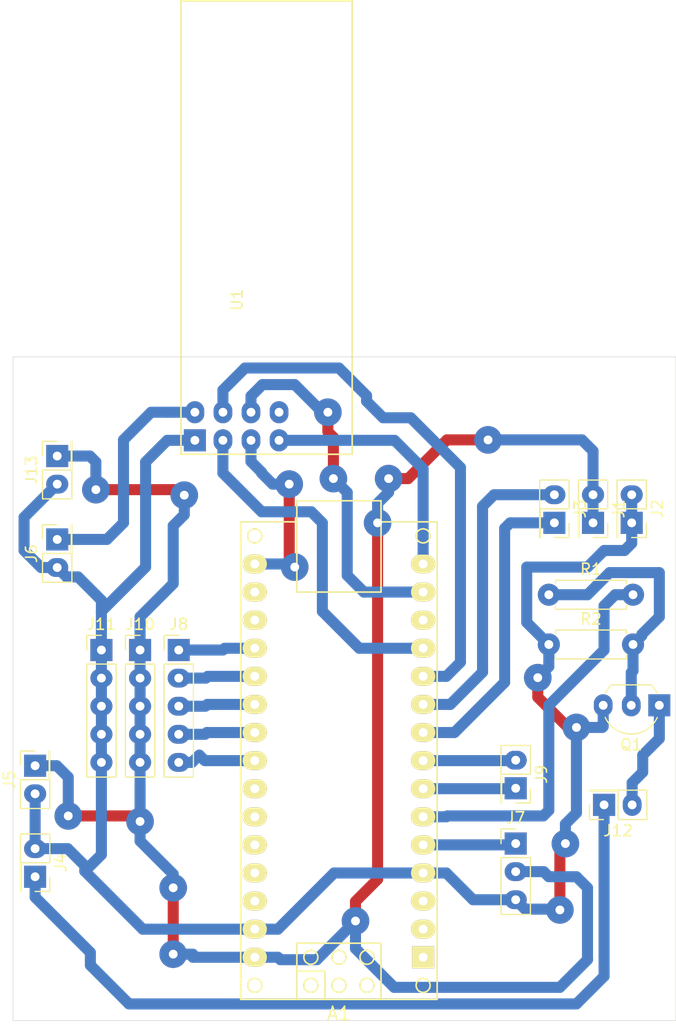
<source format=kicad_pcb>
(kicad_pcb (version 20171130) (host pcbnew "(5.1.5)-3")

  (general
    (thickness 1.6)
    (drawings 4)
    (tracks 258)
    (zones 0)
    (modules 18)
    (nets 35)
  )

  (page A4)
  (layers
    (0 F.Cu signal)
    (31 B.Cu signal)
    (32 B.Adhes user)
    (33 F.Adhes user)
    (34 B.Paste user)
    (35 F.Paste user)
    (36 B.SilkS user)
    (37 F.SilkS user)
    (38 B.Mask user)
    (39 F.Mask user)
    (40 Dwgs.User user)
    (41 Cmts.User user)
    (42 Eco1.User user)
    (43 Eco2.User user)
    (44 Edge.Cuts user)
    (45 Margin user)
    (46 B.CrtYd user)
    (47 F.CrtYd user)
    (48 B.Fab user)
    (49 F.Fab user)
  )

  (setup
    (last_trace_width 0.25)
    (user_trace_width 1)
    (user_trace_width 1.5)
    (user_trace_width 2)
    (user_trace_width 2.5)
    (trace_clearance 0.2)
    (zone_clearance 0.508)
    (zone_45_only no)
    (trace_min 0.2)
    (via_size 0.8)
    (via_drill 0.4)
    (via_min_size 0.4)
    (via_min_drill 0.3)
    (user_via 1 0.8)
    (user_via 1.5 0.8)
    (user_via 2 0.8)
    (user_via 2.5 0.8)
    (uvia_size 0.3)
    (uvia_drill 0.1)
    (uvias_allowed no)
    (uvia_min_size 0.2)
    (uvia_min_drill 0.1)
    (edge_width 0.05)
    (segment_width 0.2)
    (pcb_text_width 0.3)
    (pcb_text_size 1.5 1.5)
    (mod_edge_width 0.12)
    (mod_text_size 1 1)
    (mod_text_width 0.15)
    (pad_size 2 2)
    (pad_drill 0.8)
    (pad_to_mask_clearance 0.051)
    (solder_mask_min_width 0.25)
    (aux_axis_origin 0 0)
    (visible_elements 7FFFFFFF)
    (pcbplotparams
      (layerselection 0x010fc_ffffffff)
      (usegerberextensions false)
      (usegerberattributes false)
      (usegerberadvancedattributes false)
      (creategerberjobfile false)
      (excludeedgelayer true)
      (linewidth 0.100000)
      (plotframeref false)
      (viasonmask false)
      (mode 1)
      (useauxorigin false)
      (hpglpennumber 1)
      (hpglpenspeed 20)
      (hpglpendiameter 15.000000)
      (psnegative false)
      (psa4output false)
      (plotreference true)
      (plotvalue true)
      (plotinvisibletext false)
      (padsonsilk false)
      (subtractmaskfromsilk false)
      (outputformat 1)
      (mirror false)
      (drillshape 0)
      (scaleselection 1)
      (outputdirectory "Gerber/"))
  )

  (net 0 "")
  (net 1 D12)
  (net 2 D13)
  (net 3 D11)
  (net 4 "Net-(A1-Pad17)")
  (net 5 "Net-(A1-Pad13)")
  (net 6 "Net-(A1-Pad18)")
  (net 7 D9)
  (net 8 "Net-(A1-Pad19)")
  (net 9 D8)
  (net 10 "Net-(A1-Pad20)")
  (net 11 D7)
  (net 12 "Net-(A1-Pad21)")
  (net 13 D6)
  (net 14 "Net-(A1-Pad22)")
  (net 15 "Net-(A1-Pad23)")
  (net 16 "Net-(A1-Pad24)")
  (net 17 D3)
  (net 18 "Net-(A1-Pad25)")
  (net 19 D2_SERVO)
  (net 20 "Net-(A1-Pad26)")
  (net 21 GND)
  (net 22 "Net-(A1-Pad27)")
  (net 23 "Net-(A1-Pad3)")
  (net 24 "Net-(A1-Pad28)")
  (net 25 "Net-(A1-Pad2)")
  (net 26 "Net-(A1-Pad1)")
  (net 27 +5V)
  (net 28 +12V)
  (net 29 +3.3V)
  (net 30 D5_ENB)
  (net 31 "Net-(J12-Pad2)")
  (net 32 "Net-(Q1-Pad2)")
  (net 33 "Net-(U1-Pad8)")
  (net 34 D4)

  (net_class Default "This is the default net class."
    (clearance 0.2)
    (trace_width 0.25)
    (via_dia 0.8)
    (via_drill 0.4)
    (uvia_dia 0.3)
    (uvia_drill 0.1)
    (add_net +12V)
    (add_net +3.3V)
    (add_net +5V)
    (add_net D11)
    (add_net D12)
    (add_net D13)
    (add_net D2_SERVO)
    (add_net D3)
    (add_net D4)
    (add_net D5_ENB)
    (add_net D6)
    (add_net D7)
    (add_net D8)
    (add_net D9)
    (add_net GND)
    (add_net "Net-(A1-Pad1)")
    (add_net "Net-(A1-Pad13)")
    (add_net "Net-(A1-Pad17)")
    (add_net "Net-(A1-Pad18)")
    (add_net "Net-(A1-Pad19)")
    (add_net "Net-(A1-Pad2)")
    (add_net "Net-(A1-Pad20)")
    (add_net "Net-(A1-Pad21)")
    (add_net "Net-(A1-Pad22)")
    (add_net "Net-(A1-Pad23)")
    (add_net "Net-(A1-Pad24)")
    (add_net "Net-(A1-Pad25)")
    (add_net "Net-(A1-Pad26)")
    (add_net "Net-(A1-Pad27)")
    (add_net "Net-(A1-Pad28)")
    (add_net "Net-(A1-Pad3)")
    (add_net "Net-(J12-Pad2)")
    (add_net "Net-(Q1-Pad2)")
    (add_net "Net-(U1-Pad8)")
  )

  (module TO_SOT_Packages_THT:TO-92_Inline_Wide (layer F.Cu) (tedit 5E8B5AEA) (tstamp 5E8A5B19)
    (at 179.5 87 180)
    (descr "TO-92 leads in-line, wide, drill 0.8mm (see NXP sot054_po.pdf)")
    (tags "to-92 sc-43 sc-43a sot54 PA33 transistor")
    (path /5E917319)
    (fp_text reference Q1 (at 2.54 -3.56 180) (layer F.SilkS)
      (effects (font (size 1 1) (thickness 0.15)))
    )
    (fp_text value BC547 (at 2.54 2.79) (layer F.Fab)
      (effects (font (size 1 1) (thickness 0.15)))
    )
    (fp_text user %R (at 2.54 -3.56 180) (layer F.Fab)
      (effects (font (size 1 1) (thickness 0.15)))
    )
    (fp_line (start 0.74 1.85) (end 4.34 1.85) (layer F.SilkS) (width 0.12))
    (fp_line (start 0.8 1.75) (end 4.3 1.75) (layer F.Fab) (width 0.1))
    (fp_line (start -1.01 -2.73) (end 6.09 -2.73) (layer F.CrtYd) (width 0.05))
    (fp_line (start -1.01 -2.73) (end -1.01 2.01) (layer F.CrtYd) (width 0.05))
    (fp_line (start 6.09 2.01) (end 6.09 -2.73) (layer F.CrtYd) (width 0.05))
    (fp_line (start 6.09 2.01) (end -1.01 2.01) (layer F.CrtYd) (width 0.05))
    (fp_arc (start 2.54 0) (end 0.74 1.85) (angle 20) (layer F.SilkS) (width 0.12))
    (fp_arc (start 2.54 0) (end 2.54 -2.6) (angle -65) (layer F.SilkS) (width 0.12))
    (fp_arc (start 2.54 0) (end 2.54 -2.6) (angle 65) (layer F.SilkS) (width 0.12))
    (fp_arc (start 2.54 0) (end 2.54 -2.48) (angle 135) (layer F.Fab) (width 0.1))
    (fp_arc (start 2.54 0) (end 2.54 -2.48) (angle -135) (layer F.Fab) (width 0.1))
    (fp_arc (start 2.54 0) (end 4.34 1.85) (angle -20) (layer F.SilkS) (width 0.12))
    (pad 2 thru_hole oval (at 2.54 0 270) (size 2 1.7) (drill 0.8) (layers *.Cu *.Mask)
      (net 32 "Net-(Q1-Pad2)"))
    (pad 3 thru_hole oval (at 5.08 0 270) (size 2 1.7) (drill 0.8) (layers *.Cu *.Mask)
      (net 21 GND))
    (pad 1 thru_hole rect (at 0 0 270) (size 2 2) (drill 0.8) (layers *.Cu *.Mask)
      (net 31 "Net-(J12-Pad2)"))
    (model ${KISYS3DMOD}/TO_SOT_Packages_THT.3dshapes/TO-92_Inline_Wide.wrl
      (offset (xyz 2.539999961853027 0 0))
      (scale (xyz 1 1 1))
      (rotate (xyz 0 0 -90))
    )
  )

  (module Socket_Strips:Socket_Strip_Straight_2x01_Pitch2.54mm (layer F.Cu) (tedit 5E8B58DA) (tstamp 5E8A5AFE)
    (at 123 102.5 270)
    (descr "Through hole straight socket strip, 2x01, 2.54mm pitch, double rows")
    (tags "Through hole socket strip THT 2x01 2.54mm double row")
    (path /5E9491BB)
    (fp_text reference J4 (at -1.27 -2.33 90) (layer F.SilkS)
      (effects (font (size 1 1) (thickness 0.15)))
    )
    (fp_text value +12V (at -1.27 2.33 90) (layer F.Fab)
      (effects (font (size 1 1) (thickness 0.15)))
    )
    (fp_line (start -3.81 -1.27) (end -3.81 1.27) (layer F.Fab) (width 0.1))
    (fp_line (start -3.81 1.27) (end 1.27 1.27) (layer F.Fab) (width 0.1))
    (fp_line (start 1.27 1.27) (end 1.27 -1.27) (layer F.Fab) (width 0.1))
    (fp_line (start 1.27 -1.27) (end -3.81 -1.27) (layer F.Fab) (width 0.1))
    (fp_line (start 1.33 1.27) (end 1.33 1.33) (layer F.SilkS) (width 0.12))
    (fp_line (start 1.33 1.33) (end -3.87 1.33) (layer F.SilkS) (width 0.12))
    (fp_line (start -3.87 1.33) (end -3.87 -1.33) (layer F.SilkS) (width 0.12))
    (fp_line (start -3.87 -1.33) (end -1.27 -1.33) (layer F.SilkS) (width 0.12))
    (fp_line (start -1.27 -1.33) (end -1.27 1.27) (layer F.SilkS) (width 0.12))
    (fp_line (start -1.27 1.27) (end 1.33 1.27) (layer F.SilkS) (width 0.12))
    (fp_line (start 1.33 0) (end 1.33 -1.33) (layer F.SilkS) (width 0.12))
    (fp_line (start 1.33 -1.33) (end 0.06 -1.33) (layer F.SilkS) (width 0.12))
    (fp_line (start -4.35 -1.8) (end -4.35 1.8) (layer F.CrtYd) (width 0.05))
    (fp_line (start -4.35 1.8) (end 1.8 1.8) (layer F.CrtYd) (width 0.05))
    (fp_line (start 1.8 1.8) (end 1.8 -1.8) (layer F.CrtYd) (width 0.05))
    (fp_line (start 1.8 -1.8) (end -4.35 -1.8) (layer F.CrtYd) (width 0.05))
    (fp_text user %R (at -1.27 -2.33 90) (layer F.Fab)
      (effects (font (size 1 1) (thickness 0.15)))
    )
    (pad 1 thru_hole rect (at 0 0 270) (size 2 2) (drill 0.8) (layers *.Cu *.Mask)
      (net 28 +12V))
    (pad 2 thru_hole oval (at -2.54 0 270) (size 1.7 2) (drill 0.8) (layers *.Cu *.Mask)
      (net 21 GND))
    (model ${KISYS3DMOD}/Socket_Strips.3dshapes/Socket_Strip_Straight_2x01_Pitch2.54mm.wrl
      (offset (xyz -1.269999980926514 0 0))
      (scale (xyz 1 1 1))
      (rotate (xyz 0 0 270))
    )
  )

  (module Socket_Strips:Socket_Strip_Straight_2x01_Pitch2.54mm (layer F.Cu) (tedit 5E8B5912) (tstamp 5E8B593D)
    (at 125 64.46 90)
    (descr "Through hole straight socket strip, 2x01, 2.54mm pitch, double rows")
    (tags "Through hole socket strip THT 2x01 2.54mm double row")
    (path /5E8E5154)
    (fp_text reference J13 (at -1.27 -2.33 90) (layer F.SilkS)
      (effects (font (size 1 1) (thickness 0.15)))
    )
    (fp_text value +5V (at -1.27 2.33 90) (layer F.Fab)
      (effects (font (size 1 1) (thickness 0.15)))
    )
    (fp_line (start -3.81 -1.27) (end -3.81 1.27) (layer F.Fab) (width 0.1))
    (fp_line (start -3.81 1.27) (end 1.27 1.27) (layer F.Fab) (width 0.1))
    (fp_line (start 1.27 1.27) (end 1.27 -1.27) (layer F.Fab) (width 0.1))
    (fp_line (start 1.27 -1.27) (end -3.81 -1.27) (layer F.Fab) (width 0.1))
    (fp_line (start 1.33 1.27) (end 1.33 1.33) (layer F.SilkS) (width 0.12))
    (fp_line (start 1.33 1.33) (end -3.87 1.33) (layer F.SilkS) (width 0.12))
    (fp_line (start -3.87 1.33) (end -3.87 -1.33) (layer F.SilkS) (width 0.12))
    (fp_line (start -3.87 -1.33) (end -1.27 -1.33) (layer F.SilkS) (width 0.12))
    (fp_line (start -1.27 -1.33) (end -1.27 1.27) (layer F.SilkS) (width 0.12))
    (fp_line (start -1.27 1.27) (end 1.33 1.27) (layer F.SilkS) (width 0.12))
    (fp_line (start 1.33 0) (end 1.33 -1.33) (layer F.SilkS) (width 0.12))
    (fp_line (start 1.33 -1.33) (end 0.06 -1.33) (layer F.SilkS) (width 0.12))
    (fp_line (start -4.35 -1.8) (end -4.35 1.8) (layer F.CrtYd) (width 0.05))
    (fp_line (start -4.35 1.8) (end 1.8 1.8) (layer F.CrtYd) (width 0.05))
    (fp_line (start 1.8 1.8) (end 1.8 -1.8) (layer F.CrtYd) (width 0.05))
    (fp_line (start 1.8 -1.8) (end -4.35 -1.8) (layer F.CrtYd) (width 0.05))
    (fp_text user %R (at -1.27 -2.33 90) (layer F.Fab)
      (effects (font (size 1 1) (thickness 0.15)))
    )
    (pad 1 thru_hole rect (at 0 0 90) (size 2 2) (drill 0.8) (layers *.Cu *.Mask)
      (net 27 +5V))
    (pad 2 thru_hole oval (at -2.54 0 90) (size 1.7 2) (drill 0.8) (layers *.Cu *.Mask)
      (net 21 GND))
    (model ${KISYS3DMOD}/Socket_Strips.3dshapes/Socket_Strip_Straight_2x01_Pitch2.54mm.wrl
      (offset (xyz -1.269999980926514 0 0))
      (scale (xyz 1 1 1))
      (rotate (xyz 0 0 270))
    )
  )

  (module Resistors_THT:R_Axial_DIN0207_L6.3mm_D2.5mm_P7.62mm_Horizontal (layer F.Cu) (tedit 5E8B5B0F) (tstamp 5E8A6CFD)
    (at 169.5 77)
    (descr "Resistor, Axial_DIN0207 series, Axial, Horizontal, pin pitch=7.62mm, 0.25W = 1/4W, length*diameter=6.3*2.5mm^2, http://cdn-reichelt.de/documents/datenblatt/B400/1_4W%23YAG.pdf")
    (tags "Resistor Axial_DIN0207 series Axial Horizontal pin pitch 7.62mm 0.25W = 1/4W length 6.3mm diameter 2.5mm")
    (path /5E917E2C)
    (fp_text reference R1 (at 3.81 -2.31) (layer F.SilkS)
      (effects (font (size 1 1) (thickness 0.15)))
    )
    (fp_text value 1k (at 3.81 2.31) (layer F.Fab)
      (effects (font (size 1 1) (thickness 0.15)))
    )
    (fp_line (start 0.66 -1.25) (end 0.66 1.25) (layer F.Fab) (width 0.1))
    (fp_line (start 0.66 1.25) (end 6.96 1.25) (layer F.Fab) (width 0.1))
    (fp_line (start 6.96 1.25) (end 6.96 -1.25) (layer F.Fab) (width 0.1))
    (fp_line (start 6.96 -1.25) (end 0.66 -1.25) (layer F.Fab) (width 0.1))
    (fp_line (start 0 0) (end 0.66 0) (layer F.Fab) (width 0.1))
    (fp_line (start 7.62 0) (end 6.96 0) (layer F.Fab) (width 0.1))
    (fp_line (start 0.6 -0.98) (end 0.6 -1.31) (layer F.SilkS) (width 0.12))
    (fp_line (start 0.6 -1.31) (end 7.02 -1.31) (layer F.SilkS) (width 0.12))
    (fp_line (start 7.02 -1.31) (end 7.02 -0.98) (layer F.SilkS) (width 0.12))
    (fp_line (start 0.6 0.98) (end 0.6 1.31) (layer F.SilkS) (width 0.12))
    (fp_line (start 0.6 1.31) (end 7.02 1.31) (layer F.SilkS) (width 0.12))
    (fp_line (start 7.02 1.31) (end 7.02 0.98) (layer F.SilkS) (width 0.12))
    (fp_line (start -1.05 -1.6) (end -1.05 1.6) (layer F.CrtYd) (width 0.05))
    (fp_line (start -1.05 1.6) (end 8.7 1.6) (layer F.CrtYd) (width 0.05))
    (fp_line (start 8.7 1.6) (end 8.7 -1.6) (layer F.CrtYd) (width 0.05))
    (fp_line (start 8.7 -1.6) (end -1.05 -1.6) (layer F.CrtYd) (width 0.05))
    (pad 1 thru_hole circle (at 0 0) (size 2 2) (drill 0.8) (layers *.Cu *.Mask)
      (net 32 "Net-(Q1-Pad2)"))
    (pad 2 thru_hole oval (at 7.62 0) (size 2 2) (drill 0.8) (layers *.Cu *.Mask)
      (net 17 D3))
    (model ${KISYS3DMOD}/Resistors_THT.3dshapes/R_Axial_DIN0207_L6.3mm_D2.5mm_P7.62mm_Horizontal.wrl
      (at (xyz 0 0 0))
      (scale (xyz 0.393701 0.393701 0.393701))
      (rotate (xyz 0 0 0))
    )
  )

  (module yeni_nfr24l01:NRF24L01Module (layer F.Cu) (tedit 5E8B59A5) (tstamp 5E8A5CE1)
    (at 152 64.5 90)
    (path /5E916392)
    (fp_text reference U1 (at 14.16 -10.73 90) (layer F.SilkS)
      (effects (font (size 1 1) (thickness 0.15)))
    )
    (fp_text value NRF24L01_Breakout (at 15.43 -13.27 90) (layer F.Fab)
      (effects (font (size 1 1) (thickness 0.15)))
    )
    (fp_line (start 0.2 -15.8) (end 0.2 -0.3) (layer F.SilkS) (width 0.15))
    (fp_line (start 41.2 -15.8) (end 0.2 -15.8) (layer F.SilkS) (width 0.15))
    (fp_line (start 41.2 -0.3) (end 41.2 -15.8) (layer F.SilkS) (width 0.15))
    (fp_line (start 0.2 -0.3) (end 41.2 -0.3) (layer F.SilkS) (width 0.15))
    (pad 8 thru_hole oval (at 4 -6.92 90) (size 2 1.7) (drill 0.8) (layers *.Cu *.Mask)
      (net 33 "Net-(U1-Pad8)"))
    (pad 7 thru_hole oval (at 1.46 -6.92 90) (size 2 1.7) (drill 0.8) (layers *.Cu *.Mask)
      (net 1 D12))
    (pad 6 thru_hole oval (at 4 -9.46 90) (size 2 1.7) (drill 0.8) (layers *.Cu *.Mask)
      (net 3 D11))
    (pad 5 thru_hole oval (at 1.46 -9.46 90) (size 2 1.7) (drill 0.8) (layers *.Cu *.Mask)
      (net 2 D13))
    (pad 4 thru_hole oval (at 4 -12 90) (size 2 1.7) (drill 0.8) (layers *.Cu *.Mask)
      (net 9 D8))
    (pad 3 thru_hole oval (at 1.46 -12 90) (size 2 1.7) (drill 0.8) (layers *.Cu *.Mask)
      (net 7 D9))
    (pad 2 thru_hole oval (at 4 -14.54 90) (size 2 1.7) (drill 0.8) (layers *.Cu *.Mask)
      (net 29 +3.3V))
    (pad 1 thru_hole rect (at 1.46 -14.54 90) (size 2 2) (drill 0.8) (layers *.Cu *.Mask)
      (net 21 GND))
  )

  (module Resistors_THT:R_Axial_DIN0207_L6.3mm_D2.5mm_P7.62mm_Horizontal (layer F.Cu) (tedit 5E8B5B2B) (tstamp 5E8A6D3C)
    (at 169.5 81.5)
    (descr "Resistor, Axial_DIN0207 series, Axial, Horizontal, pin pitch=7.62mm, 0.25W = 1/4W, length*diameter=6.3*2.5mm^2, http://cdn-reichelt.de/documents/datenblatt/B400/1_4W%23YAG.pdf")
    (tags "Resistor Axial_DIN0207 series Axial Horizontal pin pitch 7.62mm 0.25W = 1/4W length 6.3mm diameter 2.5mm")
    (path /5E93D908)
    (fp_text reference R2 (at 3.81 -2.31) (layer F.SilkS)
      (effects (font (size 1 1) (thickness 0.15)))
    )
    (fp_text value 10k (at 3.81 2.31) (layer F.Fab)
      (effects (font (size 1 1) (thickness 0.15)))
    )
    (fp_line (start 0.66 -1.25) (end 0.66 1.25) (layer F.Fab) (width 0.1))
    (fp_line (start 0.66 1.25) (end 6.96 1.25) (layer F.Fab) (width 0.1))
    (fp_line (start 6.96 1.25) (end 6.96 -1.25) (layer F.Fab) (width 0.1))
    (fp_line (start 6.96 -1.25) (end 0.66 -1.25) (layer F.Fab) (width 0.1))
    (fp_line (start 0 0) (end 0.66 0) (layer F.Fab) (width 0.1))
    (fp_line (start 7.62 0) (end 6.96 0) (layer F.Fab) (width 0.1))
    (fp_line (start 0.6 -0.98) (end 0.6 -1.31) (layer F.SilkS) (width 0.12))
    (fp_line (start 0.6 -1.31) (end 7.02 -1.31) (layer F.SilkS) (width 0.12))
    (fp_line (start 7.02 -1.31) (end 7.02 -0.98) (layer F.SilkS) (width 0.12))
    (fp_line (start 0.6 0.98) (end 0.6 1.31) (layer F.SilkS) (width 0.12))
    (fp_line (start 0.6 1.31) (end 7.02 1.31) (layer F.SilkS) (width 0.12))
    (fp_line (start 7.02 1.31) (end 7.02 0.98) (layer F.SilkS) (width 0.12))
    (fp_line (start -1.05 -1.6) (end -1.05 1.6) (layer F.CrtYd) (width 0.05))
    (fp_line (start -1.05 1.6) (end 8.7 1.6) (layer F.CrtYd) (width 0.05))
    (fp_line (start 8.7 1.6) (end 8.7 -1.6) (layer F.CrtYd) (width 0.05))
    (fp_line (start 8.7 -1.6) (end -1.05 -1.6) (layer F.CrtYd) (width 0.05))
    (pad 1 thru_hole circle (at 0 0) (size 2 2) (drill 0.8) (layers *.Cu *.Mask)
      (net 21 GND))
    (pad 2 thru_hole oval (at 7.62 0) (size 2 2) (drill 0.8) (layers *.Cu *.Mask)
      (net 32 "Net-(Q1-Pad2)"))
    (model ${KISYS3DMOD}/Resistors_THT.3dshapes/R_Axial_DIN0207_L6.3mm_D2.5mm_P7.62mm_Horizontal.wrl
      (at (xyz 0 0 0))
      (scale (xyz 0.393701 0.393701 0.393701))
      (rotate (xyz 0 0 0))
    )
  )

  (module Socket_Strips:Socket_Strip_Straight_2x01_Pitch2.54mm (layer F.Cu) (tedit 5E8B5A1F) (tstamp 5E8A5B16)
    (at 174.5 96 180)
    (descr "Through hole straight socket strip, 2x01, 2.54mm pitch, double rows")
    (tags "Through hole socket strip THT 2x01 2.54mm double row")
    (path /5E921A28)
    (fp_text reference J12 (at -1.27 -2.33) (layer F.SilkS)
      (effects (font (size 1 1) (thickness 0.15)))
    )
    (fp_text value LED (at -1.27 2.33) (layer F.Fab)
      (effects (font (size 1 1) (thickness 0.15)))
    )
    (fp_line (start -3.81 -1.27) (end -3.81 1.27) (layer F.Fab) (width 0.1))
    (fp_line (start -3.81 1.27) (end 1.27 1.27) (layer F.Fab) (width 0.1))
    (fp_line (start 1.27 1.27) (end 1.27 -1.27) (layer F.Fab) (width 0.1))
    (fp_line (start 1.27 -1.27) (end -3.81 -1.27) (layer F.Fab) (width 0.1))
    (fp_line (start 1.33 1.27) (end 1.33 1.33) (layer F.SilkS) (width 0.12))
    (fp_line (start 1.33 1.33) (end -3.87 1.33) (layer F.SilkS) (width 0.12))
    (fp_line (start -3.87 1.33) (end -3.87 -1.33) (layer F.SilkS) (width 0.12))
    (fp_line (start -3.87 -1.33) (end -1.27 -1.33) (layer F.SilkS) (width 0.12))
    (fp_line (start -1.27 -1.33) (end -1.27 1.27) (layer F.SilkS) (width 0.12))
    (fp_line (start -1.27 1.27) (end 1.33 1.27) (layer F.SilkS) (width 0.12))
    (fp_line (start 1.33 0) (end 1.33 -1.33) (layer F.SilkS) (width 0.12))
    (fp_line (start 1.33 -1.33) (end 0.06 -1.33) (layer F.SilkS) (width 0.12))
    (fp_line (start -4.35 -1.8) (end -4.35 1.8) (layer F.CrtYd) (width 0.05))
    (fp_line (start -4.35 1.8) (end 1.8 1.8) (layer F.CrtYd) (width 0.05))
    (fp_line (start 1.8 1.8) (end 1.8 -1.8) (layer F.CrtYd) (width 0.05))
    (fp_line (start 1.8 -1.8) (end -4.35 -1.8) (layer F.CrtYd) (width 0.05))
    (fp_text user %R (at -1.27 -2.33) (layer F.Fab)
      (effects (font (size 1 1) (thickness 0.15)))
    )
    (pad 1 thru_hole rect (at 0 0 180) (size 2 2) (drill 0.8) (layers *.Cu *.Mask)
      (net 28 +12V))
    (pad 2 thru_hole oval (at -2.54 0 180) (size 1.7 2) (drill 0.8) (layers *.Cu *.Mask)
      (net 31 "Net-(J12-Pad2)"))
    (model ${KISYS3DMOD}/Socket_Strips.3dshapes/Socket_Strip_Straight_2x01_Pitch2.54mm.wrl
      (offset (xyz -1.269999980926514 0 0))
      (scale (xyz 1 1 1))
      (rotate (xyz 0 0 270))
    )
  )

  (module Socket_Strips:Socket_Strip_Straight_1x05_Pitch2.54mm (layer F.Cu) (tedit 5E8B5840) (tstamp 5E8A5B13)
    (at 129 82)
    (descr "Through hole straight socket strip, 1x05, 2.54mm pitch, single row")
    (tags "Through hole socket strip THT 1x05 2.54mm single row")
    (path /5E91E8D7)
    (fp_text reference J11 (at 0 -2.33) (layer F.SilkS)
      (effects (font (size 1 1) (thickness 0.15)))
    )
    (fp_text value GND (at 0 12.49) (layer F.Fab)
      (effects (font (size 1 1) (thickness 0.15)))
    )
    (fp_line (start -1.27 -1.27) (end -1.27 11.43) (layer F.Fab) (width 0.1))
    (fp_line (start -1.27 11.43) (end 1.27 11.43) (layer F.Fab) (width 0.1))
    (fp_line (start 1.27 11.43) (end 1.27 -1.27) (layer F.Fab) (width 0.1))
    (fp_line (start 1.27 -1.27) (end -1.27 -1.27) (layer F.Fab) (width 0.1))
    (fp_line (start -1.33 1.27) (end -1.33 11.49) (layer F.SilkS) (width 0.12))
    (fp_line (start -1.33 11.49) (end 1.33 11.49) (layer F.SilkS) (width 0.12))
    (fp_line (start 1.33 11.49) (end 1.33 1.27) (layer F.SilkS) (width 0.12))
    (fp_line (start 1.33 1.27) (end -1.33 1.27) (layer F.SilkS) (width 0.12))
    (fp_line (start -1.33 0) (end -1.33 -1.33) (layer F.SilkS) (width 0.12))
    (fp_line (start -1.33 -1.33) (end 0 -1.33) (layer F.SilkS) (width 0.12))
    (fp_line (start -1.8 -1.8) (end -1.8 11.95) (layer F.CrtYd) (width 0.05))
    (fp_line (start -1.8 11.95) (end 1.8 11.95) (layer F.CrtYd) (width 0.05))
    (fp_line (start 1.8 11.95) (end 1.8 -1.8) (layer F.CrtYd) (width 0.05))
    (fp_line (start 1.8 -1.8) (end -1.8 -1.8) (layer F.CrtYd) (width 0.05))
    (fp_text user %R (at 0 -2.33) (layer F.Fab)
      (effects (font (size 1 1) (thickness 0.15)))
    )
    (pad 1 thru_hole rect (at 0 0) (size 2 2) (drill 0.8) (layers *.Cu *.Mask)
      (net 21 GND))
    (pad 2 thru_hole oval (at 0 2.54) (size 2 1.7) (drill 0.8) (layers *.Cu *.Mask)
      (net 21 GND))
    (pad 3 thru_hole oval (at 0 5.08) (size 2 1.7) (drill 0.8) (layers *.Cu *.Mask)
      (net 21 GND))
    (pad 4 thru_hole oval (at 0 7.62) (size 2 1.7) (drill 0.8) (layers *.Cu *.Mask)
      (net 21 GND))
    (pad 5 thru_hole oval (at 0 10.16) (size 2 1.7) (drill 0.8) (layers *.Cu *.Mask)
      (net 21 GND))
    (model ${KISYS3DMOD}/Socket_Strips.3dshapes/Socket_Strip_Straight_1x05_Pitch2.54mm.wrl
      (offset (xyz 0 -5.079999923706055 0))
      (scale (xyz 1 1 1))
      (rotate (xyz 0 0 270))
    )
  )

  (module Socket_Strips:Socket_Strip_Straight_1x05_Pitch2.54mm (layer F.Cu) (tedit 5E8B589E) (tstamp 5E8A5B10)
    (at 132.5 82)
    (descr "Through hole straight socket strip, 1x05, 2.54mm pitch, single row")
    (tags "Through hole socket strip THT 1x05 2.54mm single row")
    (path /5E91D184)
    (fp_text reference J10 (at 0 -2.33) (layer F.SilkS)
      (effects (font (size 1 1) (thickness 0.15)))
    )
    (fp_text value +5V (at 0 12.49) (layer F.Fab)
      (effects (font (size 1 1) (thickness 0.15)))
    )
    (fp_line (start -1.27 -1.27) (end -1.27 11.43) (layer F.Fab) (width 0.1))
    (fp_line (start -1.27 11.43) (end 1.27 11.43) (layer F.Fab) (width 0.1))
    (fp_line (start 1.27 11.43) (end 1.27 -1.27) (layer F.Fab) (width 0.1))
    (fp_line (start 1.27 -1.27) (end -1.27 -1.27) (layer F.Fab) (width 0.1))
    (fp_line (start -1.33 1.27) (end -1.33 11.49) (layer F.SilkS) (width 0.12))
    (fp_line (start -1.33 11.49) (end 1.33 11.49) (layer F.SilkS) (width 0.12))
    (fp_line (start 1.33 11.49) (end 1.33 1.27) (layer F.SilkS) (width 0.12))
    (fp_line (start 1.33 1.27) (end -1.33 1.27) (layer F.SilkS) (width 0.12))
    (fp_line (start -1.33 0) (end -1.33 -1.33) (layer F.SilkS) (width 0.12))
    (fp_line (start -1.33 -1.33) (end 0 -1.33) (layer F.SilkS) (width 0.12))
    (fp_line (start -1.8 -1.8) (end -1.8 11.95) (layer F.CrtYd) (width 0.05))
    (fp_line (start -1.8 11.95) (end 1.8 11.95) (layer F.CrtYd) (width 0.05))
    (fp_line (start 1.8 11.95) (end 1.8 -1.8) (layer F.CrtYd) (width 0.05))
    (fp_line (start 1.8 -1.8) (end -1.8 -1.8) (layer F.CrtYd) (width 0.05))
    (fp_text user %R (at 0 -2.33) (layer F.Fab)
      (effects (font (size 1 1) (thickness 0.15)))
    )
    (pad 1 thru_hole rect (at 0 0) (size 2 2) (drill 0.8) (layers *.Cu *.Mask)
      (net 27 +5V))
    (pad 2 thru_hole oval (at 0 2.54) (size 2 1.7) (drill 0.8) (layers *.Cu *.Mask)
      (net 27 +5V))
    (pad 3 thru_hole oval (at 0 5.08) (size 2 1.7) (drill 0.8) (layers *.Cu *.Mask)
      (net 27 +5V))
    (pad 4 thru_hole oval (at 0 7.62) (size 2 1.7) (drill 0.8) (layers *.Cu *.Mask)
      (net 27 +5V))
    (pad 5 thru_hole oval (at 0 10.16) (size 2 1.7) (drill 0.8) (layers *.Cu *.Mask)
      (net 27 +5V))
    (model ${KISYS3DMOD}/Socket_Strips.3dshapes/Socket_Strip_Straight_1x05_Pitch2.54mm.wrl
      (offset (xyz 0 -5.079999923706055 0))
      (scale (xyz 1 1 1))
      (rotate (xyz 0 0 270))
    )
  )

  (module Socket_Strips:Socket_Strip_Straight_2x01_Pitch2.54mm (layer F.Cu) (tedit 5E8B5A07) (tstamp 5E8A5B0D)
    (at 166.5 94.5 270)
    (descr "Through hole straight socket strip, 2x01, 2.54mm pitch, double rows")
    (tags "Through hole socket strip THT 2x01 2.54mm double row")
    (path /5E955317)
    (fp_text reference J9 (at -1.27 -2.33 90) (layer F.SilkS)
      (effects (font (size 1 1) (thickness 0.15)))
    )
    (fp_text value MOTOR (at -1.27 2.33 90) (layer F.Fab)
      (effects (font (size 1 1) (thickness 0.15)))
    )
    (fp_line (start -3.81 -1.27) (end -3.81 1.27) (layer F.Fab) (width 0.1))
    (fp_line (start -3.81 1.27) (end 1.27 1.27) (layer F.Fab) (width 0.1))
    (fp_line (start 1.27 1.27) (end 1.27 -1.27) (layer F.Fab) (width 0.1))
    (fp_line (start 1.27 -1.27) (end -3.81 -1.27) (layer F.Fab) (width 0.1))
    (fp_line (start 1.33 1.27) (end 1.33 1.33) (layer F.SilkS) (width 0.12))
    (fp_line (start 1.33 1.33) (end -3.87 1.33) (layer F.SilkS) (width 0.12))
    (fp_line (start -3.87 1.33) (end -3.87 -1.33) (layer F.SilkS) (width 0.12))
    (fp_line (start -3.87 -1.33) (end -1.27 -1.33) (layer F.SilkS) (width 0.12))
    (fp_line (start -1.27 -1.33) (end -1.27 1.27) (layer F.SilkS) (width 0.12))
    (fp_line (start -1.27 1.27) (end 1.33 1.27) (layer F.SilkS) (width 0.12))
    (fp_line (start 1.33 0) (end 1.33 -1.33) (layer F.SilkS) (width 0.12))
    (fp_line (start 1.33 -1.33) (end 0.06 -1.33) (layer F.SilkS) (width 0.12))
    (fp_line (start -4.35 -1.8) (end -4.35 1.8) (layer F.CrtYd) (width 0.05))
    (fp_line (start -4.35 1.8) (end 1.8 1.8) (layer F.CrtYd) (width 0.05))
    (fp_line (start 1.8 1.8) (end 1.8 -1.8) (layer F.CrtYd) (width 0.05))
    (fp_line (start 1.8 -1.8) (end -4.35 -1.8) (layer F.CrtYd) (width 0.05))
    (fp_text user %R (at -1.27 -2.33 90) (layer F.Fab)
      (effects (font (size 1 1) (thickness 0.15)))
    )
    (pad 1 thru_hole rect (at 0 0 270) (size 2 2) (drill 0.8) (layers *.Cu *.Mask)
      (net 34 D4))
    (pad 2 thru_hole oval (at -2.54 0 270) (size 1.7 2) (drill 0.8) (layers *.Cu *.Mask)
      (net 30 D5_ENB))
    (model ${KISYS3DMOD}/Socket_Strips.3dshapes/Socket_Strip_Straight_2x01_Pitch2.54mm.wrl
      (offset (xyz -1.269999980926514 0 0))
      (scale (xyz 1 1 1))
      (rotate (xyz 0 0 270))
    )
  )

  (module Socket_Strips:Socket_Strip_Straight_1x05_Pitch2.54mm (layer F.Cu) (tedit 5E8B5895) (tstamp 5E8A5B0A)
    (at 136 82)
    (descr "Through hole straight socket strip, 1x05, 2.54mm pitch, single row")
    (tags "Through hole socket strip THT 1x05 2.54mm single row")
    (path /5E91BD50)
    (fp_text reference J8 (at 0 -2.33) (layer F.SilkS)
      (effects (font (size 1 1) (thickness 0.15)))
    )
    (fp_text value DATA (at 0 12.49) (layer F.Fab)
      (effects (font (size 1 1) (thickness 0.15)))
    )
    (fp_line (start -1.27 -1.27) (end -1.27 11.43) (layer F.Fab) (width 0.1))
    (fp_line (start -1.27 11.43) (end 1.27 11.43) (layer F.Fab) (width 0.1))
    (fp_line (start 1.27 11.43) (end 1.27 -1.27) (layer F.Fab) (width 0.1))
    (fp_line (start 1.27 -1.27) (end -1.27 -1.27) (layer F.Fab) (width 0.1))
    (fp_line (start -1.33 1.27) (end -1.33 11.49) (layer F.SilkS) (width 0.12))
    (fp_line (start -1.33 11.49) (end 1.33 11.49) (layer F.SilkS) (width 0.12))
    (fp_line (start 1.33 11.49) (end 1.33 1.27) (layer F.SilkS) (width 0.12))
    (fp_line (start 1.33 1.27) (end -1.33 1.27) (layer F.SilkS) (width 0.12))
    (fp_line (start -1.33 0) (end -1.33 -1.33) (layer F.SilkS) (width 0.12))
    (fp_line (start -1.33 -1.33) (end 0 -1.33) (layer F.SilkS) (width 0.12))
    (fp_line (start -1.8 -1.8) (end -1.8 11.95) (layer F.CrtYd) (width 0.05))
    (fp_line (start -1.8 11.95) (end 1.8 11.95) (layer F.CrtYd) (width 0.05))
    (fp_line (start 1.8 11.95) (end 1.8 -1.8) (layer F.CrtYd) (width 0.05))
    (fp_line (start 1.8 -1.8) (end -1.8 -1.8) (layer F.CrtYd) (width 0.05))
    (fp_text user %R (at 0 -2.33) (layer F.Fab)
      (effects (font (size 1 1) (thickness 0.15)))
    )
    (pad 1 thru_hole rect (at 0 0) (size 2 2) (drill 0.8) (layers *.Cu *.Mask)
      (net 8 "Net-(A1-Pad19)"))
    (pad 2 thru_hole oval (at 0 2.54) (size 2 1.7) (drill 0.8) (layers *.Cu *.Mask)
      (net 10 "Net-(A1-Pad20)"))
    (pad 3 thru_hole oval (at 0 5.08) (size 2 1.7) (drill 0.8) (layers *.Cu *.Mask)
      (net 12 "Net-(A1-Pad21)"))
    (pad 4 thru_hole oval (at 0 7.62) (size 2 1.7) (drill 0.8) (layers *.Cu *.Mask)
      (net 14 "Net-(A1-Pad22)"))
    (pad 5 thru_hole oval (at 0 10.16) (size 2 1.7) (drill 0.8) (layers *.Cu *.Mask)
      (net 15 "Net-(A1-Pad23)"))
    (model ${KISYS3DMOD}/Socket_Strips.3dshapes/Socket_Strip_Straight_1x05_Pitch2.54mm.wrl
      (offset (xyz 0 -5.079999923706055 0))
      (scale (xyz 1 1 1))
      (rotate (xyz 0 0 270))
    )
  )

  (module Socket_Strips:Socket_Strip_Straight_1x03_Pitch2.54mm (layer F.Cu) (tedit 5E8B59D3) (tstamp 5E8A5B07)
    (at 166.5 99.5)
    (descr "Through hole straight socket strip, 1x03, 2.54mm pitch, single row")
    (tags "Through hole socket strip THT 1x03 2.54mm single row")
    (path /5E91F795)
    (fp_text reference J7 (at 0 -2.33) (layer F.SilkS)
      (effects (font (size 1 1) (thickness 0.15)))
    )
    (fp_text value Servo (at 0 7.41) (layer F.Fab)
      (effects (font (size 1 1) (thickness 0.15)))
    )
    (fp_line (start -1.27 -1.27) (end -1.27 6.35) (layer F.Fab) (width 0.1))
    (fp_line (start -1.27 6.35) (end 1.27 6.35) (layer F.Fab) (width 0.1))
    (fp_line (start 1.27 6.35) (end 1.27 -1.27) (layer F.Fab) (width 0.1))
    (fp_line (start 1.27 -1.27) (end -1.27 -1.27) (layer F.Fab) (width 0.1))
    (fp_line (start -1.33 1.27) (end -1.33 6.41) (layer F.SilkS) (width 0.12))
    (fp_line (start -1.33 6.41) (end 1.33 6.41) (layer F.SilkS) (width 0.12))
    (fp_line (start 1.33 6.41) (end 1.33 1.27) (layer F.SilkS) (width 0.12))
    (fp_line (start 1.33 1.27) (end -1.33 1.27) (layer F.SilkS) (width 0.12))
    (fp_line (start -1.33 0) (end -1.33 -1.33) (layer F.SilkS) (width 0.12))
    (fp_line (start -1.33 -1.33) (end 0 -1.33) (layer F.SilkS) (width 0.12))
    (fp_line (start -1.8 -1.8) (end -1.8 6.85) (layer F.CrtYd) (width 0.05))
    (fp_line (start -1.8 6.85) (end 1.8 6.85) (layer F.CrtYd) (width 0.05))
    (fp_line (start 1.8 6.85) (end 1.8 -1.8) (layer F.CrtYd) (width 0.05))
    (fp_line (start 1.8 -1.8) (end -1.8 -1.8) (layer F.CrtYd) (width 0.05))
    (fp_text user %R (at 0 -2.33) (layer F.Fab)
      (effects (font (size 1 1) (thickness 0.15)))
    )
    (pad 1 thru_hole rect (at 0 0) (size 2 2) (drill 0.8) (layers *.Cu *.Mask)
      (net 19 D2_SERVO))
    (pad 2 thru_hole oval (at 0 2.54) (size 2 1.7) (drill 0.8) (layers *.Cu *.Mask)
      (net 27 +5V))
    (pad 3 thru_hole oval (at 0 5.08) (size 2 1.7) (drill 0.8) (layers *.Cu *.Mask)
      (net 21 GND))
    (model ${KISYS3DMOD}/Socket_Strips.3dshapes/Socket_Strip_Straight_1x03_Pitch2.54mm.wrl
      (offset (xyz 0 -2.539999961853027 0))
      (scale (xyz 1 1 1))
      (rotate (xyz 0 0 270))
    )
  )

  (module Socket_Strips:Socket_Strip_Straight_2x01_Pitch2.54mm (layer F.Cu) (tedit 5E8B5926) (tstamp 5E8A5B04)
    (at 125 72 90)
    (descr "Through hole straight socket strip, 2x01, 2.54mm pitch, double rows")
    (tags "Through hole socket strip THT 2x01 2.54mm double row")
    (path /5E9195D3)
    (fp_text reference J6 (at -1.27 -2.33 90) (layer F.SilkS)
      (effects (font (size 1 1) (thickness 0.15)))
    )
    (fp_text value +3.3V (at -1.27 2.33 90) (layer F.Fab)
      (effects (font (size 1 1) (thickness 0.15)))
    )
    (fp_line (start -3.81 -1.27) (end -3.81 1.27) (layer F.Fab) (width 0.1))
    (fp_line (start -3.81 1.27) (end 1.27 1.27) (layer F.Fab) (width 0.1))
    (fp_line (start 1.27 1.27) (end 1.27 -1.27) (layer F.Fab) (width 0.1))
    (fp_line (start 1.27 -1.27) (end -3.81 -1.27) (layer F.Fab) (width 0.1))
    (fp_line (start 1.33 1.27) (end 1.33 1.33) (layer F.SilkS) (width 0.12))
    (fp_line (start 1.33 1.33) (end -3.87 1.33) (layer F.SilkS) (width 0.12))
    (fp_line (start -3.87 1.33) (end -3.87 -1.33) (layer F.SilkS) (width 0.12))
    (fp_line (start -3.87 -1.33) (end -1.27 -1.33) (layer F.SilkS) (width 0.12))
    (fp_line (start -1.27 -1.33) (end -1.27 1.27) (layer F.SilkS) (width 0.12))
    (fp_line (start -1.27 1.27) (end 1.33 1.27) (layer F.SilkS) (width 0.12))
    (fp_line (start 1.33 0) (end 1.33 -1.33) (layer F.SilkS) (width 0.12))
    (fp_line (start 1.33 -1.33) (end 0.06 -1.33) (layer F.SilkS) (width 0.12))
    (fp_line (start -4.35 -1.8) (end -4.35 1.8) (layer F.CrtYd) (width 0.05))
    (fp_line (start -4.35 1.8) (end 1.8 1.8) (layer F.CrtYd) (width 0.05))
    (fp_line (start 1.8 1.8) (end 1.8 -1.8) (layer F.CrtYd) (width 0.05))
    (fp_line (start 1.8 -1.8) (end -4.35 -1.8) (layer F.CrtYd) (width 0.05))
    (fp_text user %R (at -1.27 -2.33 90) (layer F.Fab)
      (effects (font (size 1 1) (thickness 0.15)))
    )
    (pad 1 thru_hole rect (at 0 0 90) (size 2 2) (drill 0.8) (layers *.Cu *.Mask)
      (net 29 +3.3V))
    (pad 2 thru_hole oval (at -2.54 0 90) (size 1.7 2) (drill 0.8) (layers *.Cu *.Mask)
      (net 21 GND))
    (model ${KISYS3DMOD}/Socket_Strips.3dshapes/Socket_Strip_Straight_2x01_Pitch2.54mm.wrl
      (offset (xyz -1.269999980926514 0 0))
      (scale (xyz 1 1 1))
      (rotate (xyz 0 0 270))
    )
  )

  (module Socket_Strips:Socket_Strip_Straight_2x01_Pitch2.54mm (layer F.Cu) (tedit 5E8B58E2) (tstamp 5E8A5B01)
    (at 123 92.46 90)
    (descr "Through hole straight socket strip, 2x01, 2.54mm pitch, double rows")
    (tags "Through hole socket strip THT 2x01 2.54mm double row")
    (path /5E91880A)
    (fp_text reference J5 (at -1.27 -2.33 90) (layer F.SilkS)
      (effects (font (size 1 1) (thickness 0.15)))
    )
    (fp_text value +5V (at -1.27 2.33 90) (layer F.Fab)
      (effects (font (size 1 1) (thickness 0.15)))
    )
    (fp_line (start -3.81 -1.27) (end -3.81 1.27) (layer F.Fab) (width 0.1))
    (fp_line (start -3.81 1.27) (end 1.27 1.27) (layer F.Fab) (width 0.1))
    (fp_line (start 1.27 1.27) (end 1.27 -1.27) (layer F.Fab) (width 0.1))
    (fp_line (start 1.27 -1.27) (end -3.81 -1.27) (layer F.Fab) (width 0.1))
    (fp_line (start 1.33 1.27) (end 1.33 1.33) (layer F.SilkS) (width 0.12))
    (fp_line (start 1.33 1.33) (end -3.87 1.33) (layer F.SilkS) (width 0.12))
    (fp_line (start -3.87 1.33) (end -3.87 -1.33) (layer F.SilkS) (width 0.12))
    (fp_line (start -3.87 -1.33) (end -1.27 -1.33) (layer F.SilkS) (width 0.12))
    (fp_line (start -1.27 -1.33) (end -1.27 1.27) (layer F.SilkS) (width 0.12))
    (fp_line (start -1.27 1.27) (end 1.33 1.27) (layer F.SilkS) (width 0.12))
    (fp_line (start 1.33 0) (end 1.33 -1.33) (layer F.SilkS) (width 0.12))
    (fp_line (start 1.33 -1.33) (end 0.06 -1.33) (layer F.SilkS) (width 0.12))
    (fp_line (start -4.35 -1.8) (end -4.35 1.8) (layer F.CrtYd) (width 0.05))
    (fp_line (start -4.35 1.8) (end 1.8 1.8) (layer F.CrtYd) (width 0.05))
    (fp_line (start 1.8 1.8) (end 1.8 -1.8) (layer F.CrtYd) (width 0.05))
    (fp_line (start 1.8 -1.8) (end -4.35 -1.8) (layer F.CrtYd) (width 0.05))
    (fp_text user %R (at -1.27 -2.33 90) (layer F.Fab)
      (effects (font (size 1 1) (thickness 0.15)))
    )
    (pad 1 thru_hole rect (at 0 0 90) (size 2 2) (drill 0.8) (layers *.Cu *.Mask)
      (net 27 +5V))
    (pad 2 thru_hole oval (at -2.54 0 90) (size 1.7 2) (drill 0.8) (layers *.Cu *.Mask)
      (net 21 GND))
    (model ${KISYS3DMOD}/Socket_Strips.3dshapes/Socket_Strip_Straight_2x01_Pitch2.54mm.wrl
      (offset (xyz -1.269999980926514 0 0))
      (scale (xyz 1 1 1))
      (rotate (xyz 0 0 270))
    )
  )

  (module Socket_Strips:Socket_Strip_Straight_2x01_Pitch2.54mm (layer F.Cu) (tedit 5E8DB5AC) (tstamp 5E8A5AF2)
    (at 170 70.5 270)
    (descr "Through hole straight socket strip, 2x01, 2.54mm pitch, double rows")
    (tags "Through hole socket strip THT 2x01 2.54mm double row")
    (path /5E971274)
    (fp_text reference J3 (at -1.27 -2.33 90) (layer F.SilkS)
      (effects (font (size 1 1) (thickness 0.15)))
    )
    (fp_text value DATA (at -1.27 2.33 90) (layer F.Fab)
      (effects (font (size 1 1) (thickness 0.15)))
    )
    (fp_line (start -3.81 -1.27) (end -3.81 1.27) (layer F.Fab) (width 0.1))
    (fp_line (start -3.81 1.27) (end 1.27 1.27) (layer F.Fab) (width 0.1))
    (fp_line (start 1.27 1.27) (end 1.27 -1.27) (layer F.Fab) (width 0.1))
    (fp_line (start 1.27 -1.27) (end -3.81 -1.27) (layer F.Fab) (width 0.1))
    (fp_line (start 1.33 1.27) (end 1.33 1.33) (layer F.SilkS) (width 0.12))
    (fp_line (start 1.33 1.33) (end -3.87 1.33) (layer F.SilkS) (width 0.12))
    (fp_line (start -3.87 1.33) (end -3.87 -1.33) (layer F.SilkS) (width 0.12))
    (fp_line (start -3.87 -1.33) (end -1.27 -1.33) (layer F.SilkS) (width 0.12))
    (fp_line (start -1.27 -1.33) (end -1.27 1.27) (layer F.SilkS) (width 0.12))
    (fp_line (start -1.27 1.27) (end 1.33 1.27) (layer F.SilkS) (width 0.12))
    (fp_line (start 1.33 0) (end 1.33 -1.33) (layer F.SilkS) (width 0.12))
    (fp_line (start 1.33 -1.33) (end 0.06 -1.33) (layer F.SilkS) (width 0.12))
    (fp_line (start -4.35 -1.8) (end -4.35 1.8) (layer F.CrtYd) (width 0.05))
    (fp_line (start -4.35 1.8) (end 1.8 1.8) (layer F.CrtYd) (width 0.05))
    (fp_line (start 1.8 1.8) (end 1.8 -1.8) (layer F.CrtYd) (width 0.05))
    (fp_line (start 1.8 -1.8) (end -4.35 -1.8) (layer F.CrtYd) (width 0.05))
    (fp_text user %R (at -1.27 -2.33 90) (layer F.Fab)
      (effects (font (size 1 1) (thickness 0.15)))
    )
    (pad 1 thru_hole rect (at 0 0 270) (size 2 2) (drill 0.8) (layers *.Cu *.Mask)
      (net 13 D6))
    (pad 2 thru_hole oval (at -2.54 0 270) (size 1.7 2) (drill 0.8) (layers *.Cu *.Mask)
      (net 11 D7))
    (model ${KISYS3DMOD}/Socket_Strips.3dshapes/Socket_Strip_Straight_2x01_Pitch2.54mm.wrl
      (offset (xyz -1.269999980926514 0 0))
      (scale (xyz 1 1 1))
      (rotate (xyz 0 0 270))
    )
  )

  (module Socket_Strips:Socket_Strip_Straight_2x01_Pitch2.54mm (layer F.Cu) (tedit 5E8DB5C1) (tstamp 5E8A5AEF)
    (at 177 70.5 270)
    (descr "Through hole straight socket strip, 2x01, 2.54mm pitch, double rows")
    (tags "Through hole socket strip THT 2x01 2.54mm double row")
    (path /5E972CCC)
    (fp_text reference J2 (at -1.27 -2.33 90) (layer F.SilkS)
      (effects (font (size 1 1) (thickness 0.15)))
    )
    (fp_text value GND (at -1.27 2.33 90) (layer F.Fab)
      (effects (font (size 1 1) (thickness 0.15)))
    )
    (fp_line (start -3.81 -1.27) (end -3.81 1.27) (layer F.Fab) (width 0.1))
    (fp_line (start -3.81 1.27) (end 1.27 1.27) (layer F.Fab) (width 0.1))
    (fp_line (start 1.27 1.27) (end 1.27 -1.27) (layer F.Fab) (width 0.1))
    (fp_line (start 1.27 -1.27) (end -3.81 -1.27) (layer F.Fab) (width 0.1))
    (fp_line (start 1.33 1.27) (end 1.33 1.33) (layer F.SilkS) (width 0.12))
    (fp_line (start 1.33 1.33) (end -3.87 1.33) (layer F.SilkS) (width 0.12))
    (fp_line (start -3.87 1.33) (end -3.87 -1.33) (layer F.SilkS) (width 0.12))
    (fp_line (start -3.87 -1.33) (end -1.27 -1.33) (layer F.SilkS) (width 0.12))
    (fp_line (start -1.27 -1.33) (end -1.27 1.27) (layer F.SilkS) (width 0.12))
    (fp_line (start -1.27 1.27) (end 1.33 1.27) (layer F.SilkS) (width 0.12))
    (fp_line (start 1.33 0) (end 1.33 -1.33) (layer F.SilkS) (width 0.12))
    (fp_line (start 1.33 -1.33) (end 0.06 -1.33) (layer F.SilkS) (width 0.12))
    (fp_line (start -4.35 -1.8) (end -4.35 1.8) (layer F.CrtYd) (width 0.05))
    (fp_line (start -4.35 1.8) (end 1.8 1.8) (layer F.CrtYd) (width 0.05))
    (fp_line (start 1.8 1.8) (end 1.8 -1.8) (layer F.CrtYd) (width 0.05))
    (fp_line (start 1.8 -1.8) (end -4.35 -1.8) (layer F.CrtYd) (width 0.05))
    (fp_text user %R (at -1.27 -2.33 90) (layer F.Fab)
      (effects (font (size 1 1) (thickness 0.15)))
    )
    (pad 1 thru_hole rect (at 0 0 270) (size 2 2) (drill 0.8) (layers *.Cu *.Mask)
      (net 21 GND))
    (pad 2 thru_hole oval (at -2.54 0 270) (size 1.7 2) (drill 0.8) (layers *.Cu *.Mask)
      (net 21 GND))
    (model ${KISYS3DMOD}/Socket_Strips.3dshapes/Socket_Strip_Straight_2x01_Pitch2.54mm.wrl
      (offset (xyz -1.269999980926514 0 0))
      (scale (xyz 1 1 1))
      (rotate (xyz 0 0 270))
    )
  )

  (module Socket_Strips:Socket_Strip_Straight_2x01_Pitch2.54mm (layer F.Cu) (tedit 5E8DB5B5) (tstamp 5E8A5AEC)
    (at 173.5 70.5 270)
    (descr "Through hole straight socket strip, 2x01, 2.54mm pitch, double rows")
    (tags "Through hole socket strip THT 2x01 2.54mm double row")
    (path /5E9720FC)
    (fp_text reference J1 (at -1.27 -2.33 90) (layer F.SilkS)
      (effects (font (size 1 1) (thickness 0.15)))
    )
    (fp_text value +5V (at -1.27 2.33 90) (layer F.Fab)
      (effects (font (size 1 1) (thickness 0.15)))
    )
    (fp_line (start -3.81 -1.27) (end -3.81 1.27) (layer F.Fab) (width 0.1))
    (fp_line (start -3.81 1.27) (end 1.27 1.27) (layer F.Fab) (width 0.1))
    (fp_line (start 1.27 1.27) (end 1.27 -1.27) (layer F.Fab) (width 0.1))
    (fp_line (start 1.27 -1.27) (end -3.81 -1.27) (layer F.Fab) (width 0.1))
    (fp_line (start 1.33 1.27) (end 1.33 1.33) (layer F.SilkS) (width 0.12))
    (fp_line (start 1.33 1.33) (end -3.87 1.33) (layer F.SilkS) (width 0.12))
    (fp_line (start -3.87 1.33) (end -3.87 -1.33) (layer F.SilkS) (width 0.12))
    (fp_line (start -3.87 -1.33) (end -1.27 -1.33) (layer F.SilkS) (width 0.12))
    (fp_line (start -1.27 -1.33) (end -1.27 1.27) (layer F.SilkS) (width 0.12))
    (fp_line (start -1.27 1.27) (end 1.33 1.27) (layer F.SilkS) (width 0.12))
    (fp_line (start 1.33 0) (end 1.33 -1.33) (layer F.SilkS) (width 0.12))
    (fp_line (start 1.33 -1.33) (end 0.06 -1.33) (layer F.SilkS) (width 0.12))
    (fp_line (start -4.35 -1.8) (end -4.35 1.8) (layer F.CrtYd) (width 0.05))
    (fp_line (start -4.35 1.8) (end 1.8 1.8) (layer F.CrtYd) (width 0.05))
    (fp_line (start 1.8 1.8) (end 1.8 -1.8) (layer F.CrtYd) (width 0.05))
    (fp_line (start 1.8 -1.8) (end -4.35 -1.8) (layer F.CrtYd) (width 0.05))
    (fp_text user %R (at -1.27 -2.33 90) (layer F.Fab)
      (effects (font (size 1 1) (thickness 0.15)))
    )
    (pad 1 thru_hole rect (at 0 0 270) (size 2 2) (drill 0.8) (layers *.Cu *.Mask)
      (net 27 +5V))
    (pad 2 thru_hole oval (at -2.54 0 270) (size 1.7 2) (drill 0.8) (layers *.Cu *.Mask)
      (net 27 +5V))
    (model ${KISYS3DMOD}/Socket_Strips.3dshapes/Socket_Strip_Straight_2x01_Pitch2.54mm.wrl
      (offset (xyz -1.269999980926514 0 0))
      (scale (xyz 1 1 1))
      (rotate (xyz 0 0 270))
    )
  )

  (module "Yeni klasör:arduino_nano" (layer F.Cu) (tedit 5E7E234A) (tstamp 5E8A5AE9)
    (at 150.5 92 90)
    (path /5E914BAD)
    (fp_text reference A1 (at -22.86 0) (layer F.SilkS)
      (effects (font (size 1.2 1.2) (thickness 0.15)))
    )
    (fp_text value Arduino_Nano_v3.x (at 0 0 90) (layer F.Fab)
      (effects (font (size 1.2 1.2) (thickness 0.15)))
    )
    (fp_line (start 21.59 -8.89) (end -21.59 -8.89) (layer F.SilkS) (width 0.15))
    (fp_line (start -21.59 8.89) (end 21.59 8.89) (layer F.SilkS) (width 0.15))
    (fp_line (start -21.59 -8.89) (end -21.59 8.89) (layer F.SilkS) (width 0.15))
    (fp_line (start -16.51 3.81) (end -16.51 -3.81) (layer F.SilkS) (width 0.15))
    (fp_line (start -21.59 3.81) (end -16.51 3.81) (layer F.SilkS) (width 0.15))
    (fp_line (start -16.51 -3.81) (end -21.59 -3.81) (layer F.SilkS) (width 0.15))
    (fp_line (start -19.05 -1.27) (end -21.59 -1.27) (layer F.SilkS) (width 0.15))
    (fp_line (start -19.05 -3.81) (end -19.05 -1.27) (layer F.SilkS) (width 0.15))
    (fp_circle (center -20.32 -7.62) (end -19.685 -7.62) (layer F.SilkS) (width 0.15))
    (fp_circle (center -20.32 7.62) (end -19.685 7.62) (layer F.SilkS) (width 0.15))
    (fp_circle (center 20.32 -7.62) (end 20.955 -7.62) (layer F.SilkS) (width 0.15))
    (fp_circle (center 20.32 7.62) (end 20.955 7.62) (layer F.SilkS) (width 0.15))
    (fp_circle (center -20.32 -2.54) (end -20.32 -1.905) (layer F.SilkS) (width 0.15))
    (fp_circle (center -17.78 -2.54) (end -17.145 -2.54) (layer F.SilkS) (width 0.15))
    (fp_circle (center -17.78 0) (end -17.145 0) (layer F.SilkS) (width 0.15))
    (fp_circle (center -17.78 2.54) (end -17.145 2.54) (layer F.SilkS) (width 0.15))
    (fp_circle (center -20.32 2.54) (end -19.685 2.54) (layer F.SilkS) (width 0.15))
    (fp_circle (center -20.32 0) (end -19.685 0) (layer F.SilkS) (width 0.15))
    (fp_line (start 15.24 -3.81) (end 23.495 -3.81) (layer F.SilkS) (width 0.15))
    (fp_line (start 15.24 3.81) (end 15.24 -3.81) (layer F.SilkS) (width 0.15))
    (fp_line (start 23.495 3.81) (end 15.24 3.81) (layer F.SilkS) (width 0.15))
    (fp_line (start 23.495 -3.81) (end 23.495 3.81) (layer F.SilkS) (width 0.15))
    (fp_line (start 21.59 -8.89) (end 21.59 -3.81) (layer F.SilkS) (width 0.15))
    (fp_line (start 21.59 3.81) (end 21.59 8.89) (layer F.SilkS) (width 0.15))
    (pad 15 thru_hole oval (at 17.78 7.62 90) (size 1.7 2.2) (drill 0.8) (layers *.Cu *.Mask F.SilkS)
      (net 1 D12))
    (pad 16 thru_hole oval (at 17.78 -7.62 90) (size 1.7 2.2) (drill 0.8) (layers *.Cu *.Mask F.SilkS)
      (net 2 D13))
    (pad 14 thru_hole oval (at 15.24 7.62 90) (size 1.7 2.2) (drill 0.8) (layers *.Cu *.Mask F.SilkS)
      (net 3 D11))
    (pad 17 thru_hole oval (at 15.24 -7.62 90) (size 1.7 2.2) (drill 0.8) (layers *.Cu *.Mask F.SilkS)
      (net 4 "Net-(A1-Pad17)"))
    (pad 13 thru_hole oval (at 12.7 7.62 90) (size 1.7 2.2) (drill 0.8) (layers *.Cu *.Mask F.SilkS)
      (net 5 "Net-(A1-Pad13)"))
    (pad 18 thru_hole oval (at 12.7 -7.62 90) (size 1.7 2.2) (drill 0.8) (layers *.Cu *.Mask F.SilkS)
      (net 6 "Net-(A1-Pad18)"))
    (pad 12 thru_hole oval (at 10.16 7.62 90) (size 1.7 2.2) (drill 0.8) (layers *.Cu *.Mask F.SilkS)
      (net 7 D9))
    (pad 19 thru_hole oval (at 10.16 -7.62 90) (size 1.7 2.2) (drill 0.8) (layers *.Cu *.Mask F.SilkS)
      (net 8 "Net-(A1-Pad19)"))
    (pad 11 thru_hole oval (at 7.62 7.62 90) (size 1.7 2.2) (drill 0.8) (layers *.Cu *.Mask F.SilkS)
      (net 9 D8))
    (pad 20 thru_hole oval (at 7.62 -7.62 90) (size 1.7 2.2) (drill 0.8) (layers *.Cu *.Mask F.SilkS)
      (net 10 "Net-(A1-Pad20)"))
    (pad 10 thru_hole oval (at 5.08 7.62 90) (size 1.7 2.2) (drill 0.8) (layers *.Cu *.Mask F.SilkS)
      (net 11 D7))
    (pad 21 thru_hole oval (at 5.08 -7.62 90) (size 1.7 2.2) (drill 0.8) (layers *.Cu *.Mask F.SilkS)
      (net 12 "Net-(A1-Pad21)"))
    (pad 9 thru_hole oval (at 2.54 7.62 90) (size 1.7 2.2) (drill 0.8) (layers *.Cu *.Mask F.SilkS)
      (net 13 D6))
    (pad 22 thru_hole oval (at 2.54 -7.62 90) (size 1.7 2.2) (drill 0.8) (layers *.Cu *.Mask F.SilkS)
      (net 14 "Net-(A1-Pad22)"))
    (pad 8 thru_hole oval (at 0 7.62 90) (size 1.7 2.2) (drill 0.8) (layers *.Cu *.Mask F.SilkS)
      (net 30 D5_ENB))
    (pad 23 thru_hole oval (at 0 -7.62 90) (size 1.7 2.2) (drill 0.8) (layers *.Cu *.Mask F.SilkS)
      (net 15 "Net-(A1-Pad23)"))
    (pad 7 thru_hole oval (at -2.54 7.62 90) (size 1.7 2.2) (drill 0.8) (layers *.Cu *.Mask F.SilkS)
      (net 34 D4))
    (pad 24 thru_hole oval (at -2.54 -7.62 90) (size 1.7 2.2) (drill 0.8) (layers *.Cu *.Mask F.SilkS)
      (net 16 "Net-(A1-Pad24)"))
    (pad 6 thru_hole oval (at -5.08 7.62 90) (size 1.7 2.2) (drill 0.8) (layers *.Cu *.Mask F.SilkS)
      (net 17 D3))
    (pad 25 thru_hole oval (at -5.08 -7.62 90) (size 1.7 2.2) (drill 0.8) (layers *.Cu *.Mask F.SilkS)
      (net 18 "Net-(A1-Pad25)"))
    (pad 5 thru_hole oval (at -7.62 7.62 90) (size 1.7 2.2) (drill 0.8) (layers *.Cu *.Mask F.SilkS)
      (net 19 D2_SERVO))
    (pad 26 thru_hole oval (at -7.62 -7.62 90) (size 1.7 2.2) (drill 0.8) (layers *.Cu *.Mask F.SilkS)
      (net 20 "Net-(A1-Pad26)"))
    (pad 4 thru_hole oval (at -10.16 7.62 90) (size 1.7 2.2) (drill 0.8) (layers *.Cu *.Mask F.SilkS)
      (net 21 GND))
    (pad 27 thru_hole oval (at -10.16 -7.62 90) (size 1.7 2.2) (drill 0.8) (layers *.Cu *.Mask F.SilkS)
      (net 22 "Net-(A1-Pad27)"))
    (pad 3 thru_hole oval (at -12.7 7.62 90) (size 1.7 2.2) (drill 0.8) (layers *.Cu *.Mask F.SilkS)
      (net 23 "Net-(A1-Pad3)"))
    (pad 28 thru_hole oval (at -12.7 -7.62 90) (size 1.7 2.2) (drill 0.8) (layers *.Cu *.Mask F.SilkS)
      (net 24 "Net-(A1-Pad28)"))
    (pad 2 thru_hole oval (at -15.24 7.62 90) (size 1.7 2.2) (drill 0.8) (layers *.Cu *.Mask F.SilkS)
      (net 25 "Net-(A1-Pad2)"))
    (pad 29 thru_hole oval (at -15.24 -7.62 90) (size 1.7 2.2) (drill 0.8) (layers *.Cu *.Mask F.SilkS)
      (net 21 GND))
    (pad 1 thru_hole rect (at -17.78 7.62 90) (size 2 2) (drill 0.8) (layers *.Cu *.Mask F.SilkS)
      (net 26 "Net-(A1-Pad1)"))
    (pad 30 thru_hole oval (at -17.78 -7.62 90) (size 1.7 2.2) (drill 0.8) (layers *.Cu *.Mask F.SilkS)
      (net 27 +5V))
  )

  (gr_line (start 181 55.5) (end 181 115.5) (layer Edge.Cuts) (width 0.05))
  (gr_line (start 121 115.5) (end 121 55.5) (layer Edge.Cuts) (width 0.05) (tstamp 5E8A6C07))
  (gr_line (start 181 115.5) (end 121 115.5) (layer Edge.Cuts) (width 0.05))
  (gr_line (start 121 55.5) (end 181 55.5) (layer Edge.Cuts) (width 0.05))

  (segment (start 145.08 63.04) (end 155.54 63.04) (width 1) (layer B.Cu) (net 1))
  (segment (start 158.12 65.62) (end 158.12 74.22) (width 1) (layer B.Cu) (net 1))
  (segment (start 155.54 63.04) (end 158.12 65.62) (width 1) (layer B.Cu) (net 1))
  (segment (start 142.54 63.04) (end 142.54 64.96) (width 1) (layer B.Cu) (net 2))
  (segment (start 142.54 64.96) (end 143.5 65.92) (width 1) (layer B.Cu) (net 2))
  (segment (start 143.5 65.92) (end 143.5 66) (width 1) (layer B.Cu) (net 2))
  (segment (start 143.5 66) (end 144.5 67) (width 1) (layer B.Cu) (net 2))
  (segment (start 144.5 67) (end 145.5 67) (width 1) (layer B.Cu) (net 2))
  (segment (start 145.5 67) (end 146 67) (width 1) (layer B.Cu) (net 2))
  (segment (start 146 67) (end 146 67) (width 1) (layer B.Cu) (net 2) (tstamp 5E8A7018))
  (via (at 146 67) (size 0.8) (drill 0.4) (layers F.Cu B.Cu) (net 2))
  (segment (start 146 67) (end 146 67) (width 1) (layer B.Cu) (net 2) (tstamp 5E8A701A))
  (via (at 146 67) (size 2.5) (drill 0.8) (layers F.Cu B.Cu) (net 2))
  (segment (start 146 67) (end 146 74) (width 1) (layer F.Cu) (net 2))
  (segment (start 146 74) (end 146.5 74.5) (width 1) (layer F.Cu) (net 2))
  (segment (start 146.5 74.5) (end 146.5 74.5) (width 1) (layer F.Cu) (net 2) (tstamp 5E8A701C))
  (via (at 146.5 74.5) (size 2.5) (drill 0.8) (layers F.Cu B.Cu) (net 2))
  (segment (start 146.5 74.5) (end 146 74) (width 1) (layer B.Cu) (net 2))
  (segment (start 145.78 74.22) (end 142.88 74.22) (width 1) (layer B.Cu) (net 2))
  (segment (start 146 74) (end 145.78 74.22) (width 1) (layer B.Cu) (net 2))
  (segment (start 142.54 60.5) (end 142.54 59.04) (width 1) (layer B.Cu) (net 3))
  (segment (start 142.54 59.04) (end 143.58 58) (width 1) (layer B.Cu) (net 3))
  (segment (start 143.58 58) (end 146.5 58) (width 1) (layer B.Cu) (net 3))
  (segment (start 146.5 58) (end 149 60.5) (width 1) (layer B.Cu) (net 3))
  (segment (start 149 60.5) (end 149.5 60.5) (width 1) (layer B.Cu) (net 3))
  (segment (start 149.5 60.5) (end 149.5 60.5) (width 1) (layer B.Cu) (net 3) (tstamp 5E8A701E))
  (via (at 149.5 60.5) (size 2.5) (drill 0.8) (layers F.Cu B.Cu) (net 3))
  (segment (start 149.5 62.267766) (end 150 62.767766) (width 1) (layer F.Cu) (net 3))
  (segment (start 149.5 60.5) (end 149.5 62.267766) (width 1) (layer F.Cu) (net 3))
  (segment (start 150 62.767766) (end 150 66.5) (width 1) (layer F.Cu) (net 3))
  (segment (start 150 66.5) (end 150 66.5) (width 1) (layer F.Cu) (net 3) (tstamp 5E8A7020))
  (via (at 150 66.5) (size 2.5) (drill 0.8) (layers F.Cu B.Cu) (net 3))
  (segment (start 151.249999 67.749999) (end 151.249999 75.249999) (width 1) (layer B.Cu) (net 3))
  (segment (start 150 66.5) (end 151.249999 67.749999) (width 1) (layer B.Cu) (net 3))
  (segment (start 152.76 76.76) (end 158.12 76.76) (width 1) (layer B.Cu) (net 3))
  (segment (start 151.249999 75.249999) (end 152.76 76.76) (width 1) (layer B.Cu) (net 3))
  (segment (start 140 63.04) (end 140 66) (width 1) (layer B.Cu) (net 7))
  (segment (start 140 66) (end 143.5 69.5) (width 1) (layer B.Cu) (net 7))
  (segment (start 143.5 69.5) (end 148 69.5) (width 1) (layer B.Cu) (net 7))
  (segment (start 148 69.5) (end 149 70.5) (width 1) (layer B.Cu) (net 7))
  (segment (start 149 70.5) (end 149 78.5) (width 1) (layer B.Cu) (net 7))
  (segment (start 152.34 81.84) (end 158.12 81.84) (width 1) (layer B.Cu) (net 7))
  (segment (start 149 78.5) (end 152.34 81.84) (width 1) (layer B.Cu) (net 7))
  (segment (start 136 82) (end 140 82) (width 1) (layer B.Cu) (net 8))
  (segment (start 140.16 81.84) (end 142.88 81.84) (width 1) (layer B.Cu) (net 8))
  (segment (start 140 82) (end 140.16 81.84) (width 1) (layer B.Cu) (net 8))
  (segment (start 161.5 65.5) (end 161.5 83.1) (width 1) (layer B.Cu) (net 9))
  (segment (start 157 61) (end 161.5 65.5) (width 1) (layer B.Cu) (net 9))
  (segment (start 161.5 83.1) (end 160.22 84.38) (width 1) (layer B.Cu) (net 9))
  (segment (start 153 59.5) (end 154.5 61) (width 1) (layer B.Cu) (net 9))
  (segment (start 160.22 84.38) (end 158.12 84.38) (width 1) (layer B.Cu) (net 9))
  (segment (start 140 58.5) (end 142 56.5) (width 1) (layer B.Cu) (net 9))
  (segment (start 142 56.5) (end 150.5 56.5) (width 1) (layer B.Cu) (net 9))
  (segment (start 154.5 61) (end 157 61) (width 1) (layer B.Cu) (net 9))
  (segment (start 150.5 56.5) (end 153 59) (width 1) (layer B.Cu) (net 9))
  (segment (start 140 60.5) (end 140 58.5) (width 1) (layer B.Cu) (net 9))
  (segment (start 153 59) (end 153 59.5) (width 1) (layer B.Cu) (net 9))
  (segment (start 136 84.54) (end 138.46 84.54) (width 1) (layer B.Cu) (net 10))
  (segment (start 138.62 84.38) (end 142.88 84.38) (width 1) (layer B.Cu) (net 10))
  (segment (start 138.46 84.54) (end 138.62 84.38) (width 1) (layer B.Cu) (net 10))
  (segment (start 163.5 69) (end 164.54 67.96) (width 1) (layer B.Cu) (net 11))
  (segment (start 163.5 84) (end 163.5 69) (width 1) (layer B.Cu) (net 11))
  (segment (start 158.12 86.92) (end 160.58 86.92) (width 1) (layer B.Cu) (net 11))
  (segment (start 164.54 67.96) (end 170 67.96) (width 1) (layer B.Cu) (net 11))
  (segment (start 160.58 86.92) (end 163.5 84) (width 1) (layer B.Cu) (net 11))
  (segment (start 136 87.08) (end 138.42 87.08) (width 1) (layer B.Cu) (net 12))
  (segment (start 138.58 86.92) (end 142.88 86.92) (width 1) (layer B.Cu) (net 12))
  (segment (start 138.42 87.08) (end 138.58 86.92) (width 1) (layer B.Cu) (net 12))
  (segment (start 165.5 71) (end 166 70.5) (width 1) (layer B.Cu) (net 13))
  (segment (start 165.5 84.92) (end 165.5 71) (width 1) (layer B.Cu) (net 13))
  (segment (start 166 70.5) (end 170 70.5) (width 1) (layer B.Cu) (net 13))
  (segment (start 158.12 89.46) (end 160.96 89.46) (width 1) (layer B.Cu) (net 13))
  (segment (start 160.96 89.46) (end 165.5 84.92) (width 1) (layer B.Cu) (net 13))
  (segment (start 136 89.62) (end 138.38 89.62) (width 1) (layer B.Cu) (net 14))
  (segment (start 138.54 89.46) (end 142.88 89.46) (width 1) (layer B.Cu) (net 14))
  (segment (start 138.38 89.62) (end 138.54 89.46) (width 1) (layer B.Cu) (net 14))
  (segment (start 137.202081 92.16) (end 137.862081 91.5) (width 1) (layer B.Cu) (net 15))
  (segment (start 136 92.16) (end 137.202081 92.16) (width 1) (layer B.Cu) (net 15))
  (segment (start 138.362081 92) (end 142.88 92) (width 1) (layer B.Cu) (net 15))
  (segment (start 137.862081 91.5) (end 138.362081 92) (width 1) (layer B.Cu) (net 15))
  (segment (start 175.5 77) (end 177.12 77) (width 1) (layer B.Cu) (net 17))
  (segment (start 174.5 82) (end 174.5 78) (width 1) (layer B.Cu) (net 17))
  (segment (start 160.22 97.08) (end 160.3 97) (width 1) (layer B.Cu) (net 17))
  (segment (start 158.12 97.08) (end 160.22 97.08) (width 1) (layer B.Cu) (net 17))
  (segment (start 174.5 78) (end 175.5 77) (width 1) (layer B.Cu) (net 17))
  (segment (start 169 97) (end 169.5 96.5) (width 1) (layer B.Cu) (net 17))
  (segment (start 160.3 97) (end 169 97) (width 1) (layer B.Cu) (net 17))
  (segment (start 169.5 87) (end 174.5 82) (width 1) (layer B.Cu) (net 17))
  (segment (start 169.5 96.5) (end 169.5 87) (width 1) (layer B.Cu) (net 17))
  (segment (start 166.38 99.62) (end 166.5 99.5) (width 1) (layer B.Cu) (net 19))
  (segment (start 158.12 99.62) (end 166.38 99.62) (width 1) (layer B.Cu) (net 19))
  (segment (start 129 82) (end 129 92.16) (width 1) (layer B.Cu) (net 21))
  (segment (start 134.96 63.04) (end 137.46 63.04) (width 1) (layer B.Cu) (net 21))
  (segment (start 133 74.5) (end 133 65) (width 1) (layer B.Cu) (net 21))
  (segment (start 129 82) (end 129 78.5) (width 1) (layer B.Cu) (net 21))
  (segment (start 129 78.5) (end 133 74.5) (width 1) (layer B.Cu) (net 21))
  (segment (start 177 67.96) (end 177 70.5) (width 1) (layer B.Cu) (net 21))
  (segment (start 169.5 81.5) (end 167.5 79.5) (width 1) (layer B.Cu) (net 21))
  (segment (start 167.5 79.5) (end 167.5 74.5) (width 1) (layer B.Cu) (net 21))
  (segment (start 177 72.35) (end 176.35 73) (width 1) (layer B.Cu) (net 21))
  (segment (start 177 70.5) (end 177 72.35) (width 1) (layer B.Cu) (net 21))
  (segment (start 176.35 73) (end 174.5 73) (width 1) (layer B.Cu) (net 21))
  (segment (start 174.5 73) (end 173 74.5) (width 1) (layer B.Cu) (net 21))
  (segment (start 173 74.5) (end 167.5 74.5) (width 1) (layer B.Cu) (net 21))
  (segment (start 162.64 104.58) (end 166.5 104.58) (width 1) (layer B.Cu) (net 21))
  (segment (start 158.12 102.16) (end 160.22 102.16) (width 1) (layer B.Cu) (net 21))
  (segment (start 160.22 102.16) (end 162.64 104.58) (width 1) (layer B.Cu) (net 21))
  (segment (start 150.06 102.16) (end 158.12 102.16) (width 1) (layer B.Cu) (net 21))
  (segment (start 142.88 107.24) (end 144.98 107.24) (width 1) (layer B.Cu) (net 21))
  (segment (start 144.98 107.24) (end 150.06 102.16) (width 1) (layer B.Cu) (net 21))
  (segment (start 133 65) (end 134.5 63.5) (width 1) (layer B.Cu) (net 21))
  (segment (start 134.5 63.5) (end 134.96 63.04) (width 1) (layer B.Cu) (net 21))
  (segment (start 169.5 81.5) (end 169.5 83.5) (width 1) (layer B.Cu) (net 21))
  (segment (start 169.5 83.5) (end 168.5 84.5) (width 1) (layer B.Cu) (net 21))
  (segment (start 168.5 84.5) (end 168.5 84.5) (width 1) (layer B.Cu) (net 21) (tstamp 5E8A704D))
  (via (at 168.5 84.5) (size 2.5) (drill 0.8) (layers F.Cu B.Cu) (net 21))
  (segment (start 168.5 86.267766) (end 171.232234 89) (width 1) (layer F.Cu) (net 21))
  (segment (start 168.5 84.5) (end 168.5 86.267766) (width 1) (layer F.Cu) (net 21))
  (segment (start 171.232234 89) (end 171.5 89) (width 1) (layer F.Cu) (net 21))
  (segment (start 171.232234 89) (end 172 89) (width 1) (layer F.Cu) (net 21))
  (segment (start 172 89) (end 172 89) (width 1) (layer F.Cu) (net 21) (tstamp 5E8A704F))
  (via (at 172 89) (size 2.5) (drill 0.8) (layers F.Cu B.Cu) (net 21))
  (segment (start 125.849999 75.389999) (end 126.889999 75.389999) (width 1) (layer B.Cu) (net 21))
  (segment (start 125 74.54) (end 125.849999 75.389999) (width 1) (layer B.Cu) (net 21))
  (segment (start 129 77.5) (end 129 78.5) (width 1) (layer B.Cu) (net 21))
  (segment (start 126.889999 75.389999) (end 129 77.5) (width 1) (layer B.Cu) (net 21))
  (segment (start 123.54 74.54) (end 125 74.54) (width 1) (layer B.Cu) (net 21))
  (segment (start 122 73) (end 123.54 74.54) (width 1) (layer B.Cu) (net 21))
  (segment (start 125 67) (end 122 70) (width 1) (layer B.Cu) (net 21))
  (segment (start 122 70) (end 122 73) (width 1) (layer B.Cu) (net 21))
  (segment (start 123 95) (end 123 99.96) (width 1) (layer B.Cu) (net 21))
  (segment (start 123 99.96) (end 125.96 99.96) (width 1) (layer B.Cu) (net 21))
  (segment (start 125.96 99.96) (end 127.5 101.5) (width 1) (layer B.Cu) (net 21))
  (segment (start 127.5 101.5) (end 127.5 102) (width 1) (layer B.Cu) (net 21))
  (segment (start 132.74 107.24) (end 142.88 107.24) (width 1) (layer B.Cu) (net 21))
  (segment (start 127.5 102) (end 132.74 107.24) (width 1) (layer B.Cu) (net 21))
  (segment (start 129 100.5) (end 127.5 102) (width 1) (layer B.Cu) (net 21))
  (segment (start 129 92.16) (end 129 100.5) (width 1) (layer B.Cu) (net 21))
  (segment (start 167.349999 105.429999) (end 169.929999 105.429999) (width 1) (layer B.Cu) (net 21))
  (segment (start 166.5 104.58) (end 167.349999 105.429999) (width 1) (layer B.Cu) (net 21))
  (segment (start 169.929999 105.429999) (end 170 105.5) (width 1) (layer B.Cu) (net 21))
  (segment (start 170 105.5) (end 170.5 105.5) (width 1) (layer B.Cu) (net 21))
  (segment (start 170.5 105.5) (end 170.5 105.5) (width 1) (layer B.Cu) (net 21) (tstamp 5E8B7185))
  (via (at 170.5 105.5) (size 2.5) (drill 0.8) (layers F.Cu B.Cu) (net 21))
  (segment (start 170.5 105.5) (end 170.5 100) (width 1) (layer F.Cu) (net 21))
  (segment (start 170.5 100) (end 171 99.5) (width 1) (layer F.Cu) (net 21))
  (segment (start 171 99.5) (end 171 99.5) (width 1) (layer F.Cu) (net 21) (tstamp 5E8B7187))
  (via (at 171 99.5) (size 2.5) (drill 0.8) (layers F.Cu B.Cu) (net 21))
  (segment (start 171 97.732234) (end 172 96.732234) (width 1) (layer B.Cu) (net 21))
  (segment (start 171 99.5) (end 171 97.732234) (width 1) (layer B.Cu) (net 21))
  (segment (start 172 96.732234) (end 172 89) (width 1) (layer B.Cu) (net 21))
  (segment (start 174.42 87) (end 174.42 88.92) (width 1) (layer B.Cu) (net 21))
  (segment (start 174.34 89) (end 172 89) (width 1) (layer B.Cu) (net 21))
  (segment (start 174.42 88.92) (end 174.34 89) (width 1) (layer B.Cu) (net 21))
  (segment (start 132.5 82) (end 132.5 92.16) (width 1) (layer B.Cu) (net 27))
  (segment (start 173.5 67.96) (end 173.5 70.5) (width 1) (layer B.Cu) (net 27))
  (segment (start 144.98 109.78) (end 145.2 110) (width 1) (layer B.Cu) (net 27))
  (segment (start 142.88 109.78) (end 144.98 109.78) (width 1) (layer B.Cu) (net 27))
  (segment (start 145.2 110) (end 148.5 110) (width 1) (layer B.Cu) (net 27))
  (segment (start 148.5 110) (end 152 106.5) (width 1) (layer B.Cu) (net 27))
  (segment (start 152 106.5) (end 152 106.5) (width 1) (layer B.Cu) (net 27) (tstamp 5E8A7029))
  (via (at 152 106.5) (size 2.5) (drill 0.8) (layers F.Cu B.Cu) (net 27))
  (segment (start 152 104.732234) (end 154 102.732234) (width 1) (layer F.Cu) (net 27))
  (segment (start 152 106.5) (end 152 104.732234) (width 1) (layer F.Cu) (net 27))
  (segment (start 154 102.732234) (end 154 70.5) (width 1) (layer F.Cu) (net 27))
  (segment (start 154 70.5) (end 154 70.5) (width 1) (layer F.Cu) (net 27) (tstamp 5E8A702B))
  (via (at 154 70.5) (size 2.5) (drill 0.8) (layers F.Cu B.Cu) (net 27))
  (segment (start 154 68.732234) (end 155 67.732234) (width 1) (layer B.Cu) (net 27))
  (segment (start 154 70.5) (end 154 68.732234) (width 1) (layer B.Cu) (net 27))
  (segment (start 155 67.732234) (end 155 66.5) (width 1) (layer B.Cu) (net 27))
  (segment (start 155 66.5) (end 155 66.5) (width 1) (layer B.Cu) (net 27) (tstamp 5E8A702D))
  (via (at 155 66.5) (size 2.5) (drill 0.8) (layers F.Cu B.Cu) (net 27))
  (segment (start 156.767766 66.5) (end 160.267766 63) (width 1) (layer F.Cu) (net 27))
  (segment (start 155 66.5) (end 156.767766 66.5) (width 1) (layer F.Cu) (net 27))
  (segment (start 160.267766 63) (end 164 63) (width 1) (layer F.Cu) (net 27))
  (segment (start 164 63) (end 164 63) (width 1) (layer F.Cu) (net 27) (tstamp 5E8A702F))
  (via (at 164 63) (size 2.5) (drill 0.8) (layers F.Cu B.Cu) (net 27))
  (segment (start 164 63) (end 172.5 63) (width 1) (layer B.Cu) (net 27))
  (segment (start 173.5 64) (end 173.5 67.96) (width 1) (layer B.Cu) (net 27))
  (segment (start 172.5 63) (end 173.5 64) (width 1) (layer B.Cu) (net 27))
  (segment (start 137.28 109.78) (end 142.88 109.78) (width 1) (layer B.Cu) (net 27))
  (segment (start 125 64.46) (end 127.96 64.46) (width 1) (layer B.Cu) (net 27))
  (segment (start 127.96 64.46) (end 128.5 65) (width 1) (layer B.Cu) (net 27))
  (segment (start 128.5 65) (end 128.5 67.5) (width 1) (layer B.Cu) (net 27))
  (segment (start 128.5 67.5) (end 128.5 67.5) (width 1) (layer B.Cu) (net 27) (tstamp 5E8B6836))
  (via (at 128.5 67.5) (size 2.5) (drill 0.8) (layers F.Cu B.Cu) (net 27))
  (segment (start 128.5 67.5) (end 136 67.5) (width 1) (layer F.Cu) (net 27))
  (segment (start 136 67.5) (end 136.5 68) (width 1) (layer F.Cu) (net 27))
  (segment (start 136.5 68) (end 136.5 68) (width 1) (layer F.Cu) (net 27) (tstamp 5E8B6838))
  (via (at 136.5 68) (size 2.5) (drill 0.8) (layers F.Cu B.Cu) (net 27))
  (segment (start 136.5 69.767766) (end 135.5 70.767766) (width 1) (layer B.Cu) (net 27))
  (segment (start 136.5 68) (end 136.5 69.767766) (width 1) (layer B.Cu) (net 27))
  (segment (start 135.5 70.767766) (end 135.5 76) (width 1) (layer B.Cu) (net 27))
  (segment (start 132.5 79) (end 132.5 82) (width 1) (layer B.Cu) (net 27))
  (segment (start 135.5 76) (end 132.5 79) (width 1) (layer B.Cu) (net 27))
  (segment (start 123 92.46) (end 124.96 92.46) (width 1) (layer B.Cu) (net 27))
  (segment (start 124.96 92.46) (end 126 93.5) (width 1) (layer B.Cu) (net 27))
  (segment (start 126 93.5) (end 126 97) (width 1) (layer B.Cu) (net 27))
  (segment (start 126 97) (end 126 97) (width 1) (layer B.Cu) (net 27) (tstamp 5E8B7179))
  (via (at 126 97) (size 2.5) (drill 0.8) (layers F.Cu B.Cu) (net 27))
  (segment (start 126 97) (end 132 97) (width 1) (layer F.Cu) (net 27))
  (segment (start 132 97) (end 132.5 97.5) (width 1) (layer F.Cu) (net 27))
  (segment (start 132.5 97.5) (end 132.5 97.5) (width 1) (layer F.Cu) (net 27) (tstamp 5E8B717B))
  (via (at 132.5 97.5) (size 2.5) (drill 0.8) (layers F.Cu B.Cu) (net 27))
  (segment (start 132.5 97.5) (end 132.5 92.16) (width 1) (layer B.Cu) (net 27))
  (segment (start 132.5 99.267766) (end 135.5 102.267766) (width 1) (layer B.Cu) (net 27))
  (segment (start 132.5 97.5) (end 132.5 99.267766) (width 1) (layer B.Cu) (net 27))
  (segment (start 135.5 102.267766) (end 135.5 103.5) (width 1) (layer B.Cu) (net 27))
  (segment (start 135.5 103.5) (end 135.5 103.5) (width 1) (layer B.Cu) (net 27) (tstamp 5E8B717D))
  (via (at 135.5 103.5) (size 2.5) (drill 0.8) (layers F.Cu B.Cu) (net 27))
  (segment (start 135.5 103.5) (end 135.5 105.267766) (width 1) (layer F.Cu) (net 27))
  (segment (start 135.5 105.267766) (end 135.5 109.5) (width 1) (layer F.Cu) (net 27))
  (segment (start 135.5 109.5) (end 135.5 109.5) (width 1) (layer F.Cu) (net 27) (tstamp 5E8B717F))
  (via (at 135.5 109.5) (size 2.5) (drill 0.8) (layers F.Cu B.Cu) (net 27))
  (segment (start 137.28 109.512234) (end 137.28 109.78) (width 1) (layer B.Cu) (net 27))
  (segment (start 137.267766 109.5) (end 137.28 109.512234) (width 1) (layer B.Cu) (net 27))
  (segment (start 135.5 109.5) (end 137.267766 109.5) (width 1) (layer B.Cu) (net 27))
  (segment (start 152 109) (end 152 106.5) (width 1) (layer B.Cu) (net 27))
  (segment (start 155.5 112.5) (end 152 109) (width 1) (layer B.Cu) (net 27))
  (segment (start 170.5 112.5) (end 155.5 112.5) (width 1) (layer B.Cu) (net 27))
  (segment (start 173 110) (end 170.5 112.5) (width 1) (layer B.Cu) (net 27))
  (segment (start 169.04 102.04) (end 169.5 102.5) (width 1) (layer B.Cu) (net 27))
  (segment (start 172 102.5) (end 173 103.5) (width 1) (layer B.Cu) (net 27))
  (segment (start 166.5 102.04) (end 169.04 102.04) (width 1) (layer B.Cu) (net 27))
  (segment (start 173 103.5) (end 173 110) (width 1) (layer B.Cu) (net 27))
  (segment (start 169.5 102.5) (end 172 102.5) (width 1) (layer B.Cu) (net 27))
  (segment (start 123 104.35) (end 128 109.35) (width 1) (layer B.Cu) (net 28))
  (segment (start 123 102.5) (end 123 104.35) (width 1) (layer B.Cu) (net 28))
  (segment (start 128 109.35) (end 128 110.5) (width 1) (layer B.Cu) (net 28))
  (segment (start 128 110.5) (end 131.5 114) (width 1) (layer B.Cu) (net 28))
  (segment (start 131.5 114) (end 172 114) (width 1) (layer B.Cu) (net 28))
  (segment (start 172 114) (end 174.5 111.5) (width 1) (layer B.Cu) (net 28))
  (segment (start 174.5 111.5) (end 174.5 96) (width 1) (layer B.Cu) (net 28))
  (segment (start 135 60.5) (end 137.46 60.5) (width 1) (layer B.Cu) (net 29))
  (segment (start 125 72) (end 129.5 72) (width 1) (layer B.Cu) (net 29))
  (segment (start 129.5 72) (end 131 70.5) (width 1) (layer B.Cu) (net 29))
  (segment (start 131 70.5) (end 131 63) (width 1) (layer B.Cu) (net 29))
  (segment (start 131 63) (end 133.5 60.5) (width 1) (layer B.Cu) (net 29))
  (segment (start 133.5 60.5) (end 135 60.5) (width 1) (layer B.Cu) (net 29))
  (segment (start 166.46 92) (end 166.5 91.96) (width 1) (layer B.Cu) (net 30))
  (segment (start 158.12 92) (end 166.46 92) (width 1) (layer B.Cu) (net 30))
  (segment (start 177.04 94) (end 178 93.04) (width 1) (layer B.Cu) (net 31))
  (segment (start 177.04 96) (end 177.04 94) (width 1) (layer B.Cu) (net 31))
  (segment (start 178 93.04) (end 178 91.5) (width 1) (layer B.Cu) (net 31))
  (segment (start 179.5 90) (end 179.5 87) (width 1) (layer B.Cu) (net 31))
  (segment (start 178 91.5) (end 179.5 90) (width 1) (layer B.Cu) (net 31))
  (segment (start 173 77) (end 169.5 77) (width 1) (layer B.Cu) (net 32))
  (segment (start 175 75) (end 173 77) (width 1) (layer B.Cu) (net 32))
  (segment (start 177.919999 80.700001) (end 177.919999 80.580001) (width 1) (layer B.Cu) (net 32))
  (segment (start 179.5 75) (end 175 75) (width 1) (layer B.Cu) (net 32))
  (segment (start 177.12 81.5) (end 177.919999 80.700001) (width 1) (layer B.Cu) (net 32))
  (segment (start 179.5 79) (end 179.5 75) (width 1) (layer B.Cu) (net 32))
  (segment (start 177.919999 80.580001) (end 179.5 79) (width 1) (layer B.Cu) (net 32))
  (segment (start 176.96 87) (end 176.96 84.04) (width 1) (layer B.Cu) (net 32))
  (segment (start 177.12 83.88) (end 177.12 81.5) (width 1) (layer B.Cu) (net 32))
  (segment (start 176.96 84.04) (end 177.12 83.88) (width 1) (layer B.Cu) (net 32))
  (segment (start 166.46 94.54) (end 166.5 94.5) (width 1) (layer B.Cu) (net 34))
  (segment (start 158.12 94.54) (end 166.46 94.54) (width 1) (layer B.Cu) (net 34))

)

</source>
